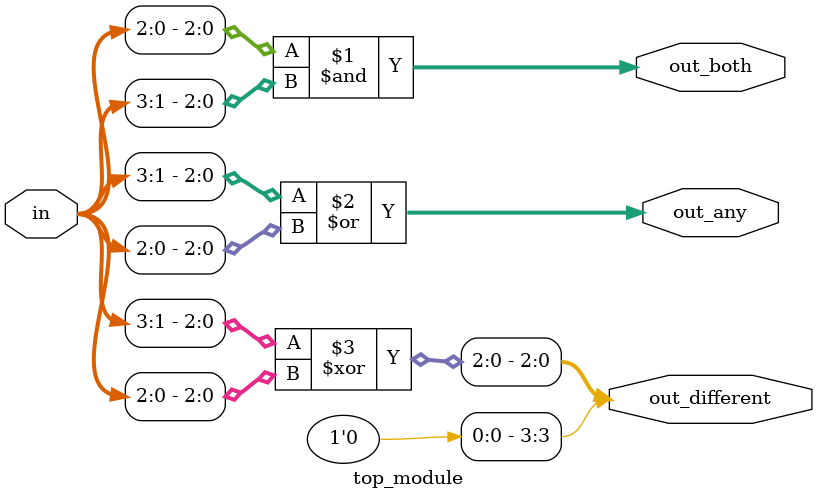
<source format=sv>
module top_module (
	input [3:0] in,
	output [2:0] out_both,
	output [3:1] out_any,
	output [3:0] out_different
);

	assign out_both = in[2:0] & in[3:1];
	assign out_any = in[3:1] | in[2:0];
	assign out_different = {1'b0, in[3:1] ^ in[2:0]};

endmodule

</source>
